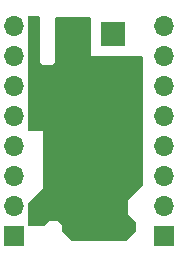
<source format=gbr>
%TF.GenerationSoftware,KiCad,Pcbnew,(6.0.5)*%
%TF.CreationDate,2022-05-26T22:58:09+02:00*%
%TF.ProjectId,STP220_Polulu,53545032-3230-45f5-906f-6c756c752e6b,rev?*%
%TF.SameCoordinates,Original*%
%TF.FileFunction,Soldermask,Top*%
%TF.FilePolarity,Negative*%
%FSLAX46Y46*%
G04 Gerber Fmt 4.6, Leading zero omitted, Abs format (unit mm)*
G04 Created by KiCad (PCBNEW (6.0.5)) date 2022-05-26 22:58:09*
%MOMM*%
%LPD*%
G01*
G04 APERTURE LIST*
%ADD10R,2.000000X2.000000*%
%ADD11R,1.700000X1.700000*%
%ADD12O,1.700000X1.700000*%
G04 APERTURE END LIST*
D10*
%TO.C,J3*%
X144272000Y-78105000D03*
%TD*%
D11*
%TO.C,J2*%
X135890000Y-95235000D03*
D12*
X135890000Y-92695000D03*
X135890000Y-90155000D03*
X135890000Y-87615000D03*
X135890000Y-85075000D03*
X135890000Y-82535000D03*
X135890000Y-79995000D03*
X135890000Y-77455000D03*
%TD*%
D11*
%TO.C,J1*%
X148590000Y-95250000D03*
D12*
X148590000Y-92710000D03*
X148590000Y-90170000D03*
X148590000Y-87630000D03*
X148590000Y-85090000D03*
X148590000Y-82550000D03*
X148590000Y-80010000D03*
X148590000Y-77470000D03*
%TD*%
G36*
X138008191Y-76599907D02*
G01*
X138044155Y-76649407D01*
X138049000Y-76680000D01*
X138049000Y-80502320D01*
X138056547Y-80525547D01*
X138291914Y-80760914D01*
X138313672Y-80772000D01*
X139049320Y-80772000D01*
X139072547Y-80764453D01*
X139307914Y-80529086D01*
X139319000Y-80507328D01*
X139319000Y-76807000D01*
X139337907Y-76748809D01*
X139387407Y-76712845D01*
X139418000Y-76708000D01*
X142268000Y-76708000D01*
X142326191Y-76726907D01*
X142362155Y-76776407D01*
X142367000Y-76807000D01*
X142367000Y-79994320D01*
X142371122Y-80007005D01*
X142375243Y-80010000D01*
X146713000Y-80010000D01*
X146771191Y-80028907D01*
X146807155Y-80078407D01*
X146812000Y-80109000D01*
X146812000Y-90890992D01*
X146793093Y-90949183D01*
X146783004Y-90960996D01*
X145553086Y-92190914D01*
X145542000Y-92212672D01*
X145542000Y-93329320D01*
X145549547Y-93352547D01*
X146148004Y-93951004D01*
X146175781Y-94005521D01*
X146177000Y-94021008D01*
X146177000Y-94827992D01*
X146158093Y-94886183D01*
X146148004Y-94897996D01*
X145443996Y-95602004D01*
X145389479Y-95629781D01*
X145373992Y-95631000D01*
X140757008Y-95631000D01*
X140698817Y-95612093D01*
X140687004Y-95602004D01*
X139982996Y-94897996D01*
X139955219Y-94843479D01*
X139954000Y-94827992D01*
X139954000Y-94376680D01*
X139946453Y-94353453D01*
X139584086Y-93991086D01*
X139562328Y-93980000D01*
X138826680Y-93980000D01*
X138803453Y-93987547D01*
X138458996Y-94332004D01*
X138404479Y-94359781D01*
X138388992Y-94361000D01*
X137132000Y-94361000D01*
X137073809Y-94342093D01*
X137037845Y-94292593D01*
X137033000Y-94262000D01*
X137033000Y-92497008D01*
X137051907Y-92438817D01*
X137061996Y-92427004D01*
X138291914Y-91197086D01*
X138303000Y-91175328D01*
X138303000Y-86375680D01*
X138298878Y-86362995D01*
X138294757Y-86360000D01*
X137132000Y-86360000D01*
X137073809Y-86341093D01*
X137037845Y-86291593D01*
X137033000Y-86261000D01*
X137033000Y-76680000D01*
X137051907Y-76621809D01*
X137101407Y-76585845D01*
X137132000Y-76581000D01*
X137950000Y-76581000D01*
X138008191Y-76599907D01*
G37*
M02*

</source>
